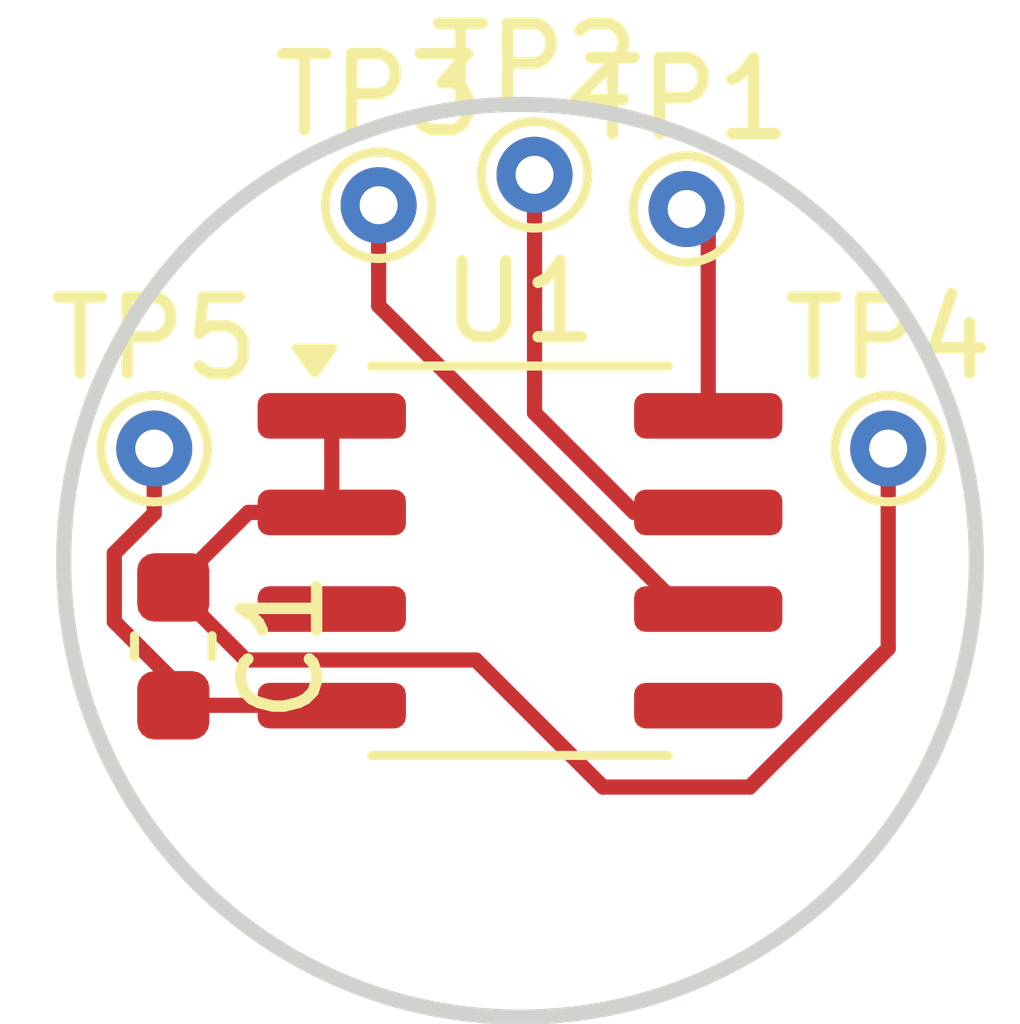
<source format=kicad_pcb>
(kicad_pcb (version 20240225) (generator "pcbnew") (generator_version "8.99")
  (layers (0 "F.Cu" signal) (31 "B.Cu" signal) (34 "B.Paste" user) (35 "F.Paste" user) (36 "B.SilkS" user "B.Silkscreen") (37 "F.SilkS" user "F.Silkscreen") (38 "B.Mask" user) (39 "F.Mask" user) (44 "Edge.Cuts" user))
  (net 0 "")
  (net 1 "GND")
  (net 2 "+3V3")
  (net 3 "/MAG_CSN")
  (net 4 "/MAG_CLK")
  (net 5 "/MAG_DO")
  (footprint "TestPoint:TestPoint_THTPad_D1.0mm_Drill0.5mm" (layer "F.Cu") (at 129.75 98.25)
    (property "Reference" "TP3" (at 0 -1.448 0) (layer "F.SilkS"))
    (property "Value" "DO")
    (fp_circle (center 0 0) (end 0 0.7) (stroke (width 0.12)) (fill none) (layer "F.SilkS"))
    (pad "1" thru_hole circle (at 0 0) (size 1 1) (drill 0.5) (layers "*.Cu" "*.Mask") (net 5 "/MAG_DO"))
  )
  (footprint "TestPoint:TestPoint_THTPad_D1.0mm_Drill0.5mm" (layer "F.Cu") (at 136.45 101.45)
    (property "Reference" "TP4" (at 0 -1.448 0) (layer "F.SilkS"))
    (property "Value" "3.3V")
    (fp_circle (center 0 0) (end 0 0.7) (stroke (width 0.12)) (fill none) (layer "F.SilkS"))
    (pad "1" thru_hole circle (at 0 0) (size 1 1) (drill 0.5) (layers "*.Cu" "*.Mask") (net 2 "+3V3"))
  )
  (footprint "TestPoint:TestPoint_THTPad_D1.0mm_Drill0.5mm" (layer "F.Cu") (at 133.8 98.3)
    (property "Reference" "TP1" (at 0 -1.448 0) (layer "F.SilkS"))
    (property "Value" "CSN")
    (fp_circle (center 0 0) (end 0 0.7) (stroke (width 0.12)) (fill none) (layer "F.SilkS"))
    (pad "1" thru_hole circle (at 0 0) (size 1 1) (drill 0.5) (layers "*.Cu" "*.Mask") (net 3 "/MAG_CSN"))
  )
  (footprint "TestPoint:TestPoint_THTPad_D1.0mm_Drill0.5mm" (layer "F.Cu") (at 131.8 97.85)
    (property "Reference" "TP2" (at 0 -1.448 0) (layer "F.SilkS"))
    (property "Value" "CLK")
    (fp_circle (center 0 0) (end 0 0.7) (stroke (width 0.12)) (fill none) (layer "F.SilkS"))
    (pad "1" thru_hole circle (at 0 0) (size 1 1) (drill 0.5) (layers "*.Cu" "*.Mask") (net 4 "/MAG_CLK"))
  )
  (footprint "Capacitor_SMD:C_0603_1608Metric" (layer "F.Cu") (at 127.05 104.05 -90)
    (property "Reference" "C1" (at 0 -1.43 90) (layer "F.SilkS"))
    (property "Value" "0.1uF")
    (fp_line (start -0.14058 0.51) (end 0.14058 0.51) (stroke (width 0.12)) (layer "F.SilkS"))
    (fp_line (start -0.14058 -0.51) (end 0.14058 -0.51) (stroke (width 0.12)) (layer "F.SilkS"))
    (pad "1" smd roundrect (at -0.775 0 270) (size 0.9 0.95) (layers "F.Cu" "F.Paste" "F.Mask") (net 2 "+3V3"))
    (pad "2" smd roundrect (at 0.775 0 270) (size 0.9 0.95) (layers "F.Cu" "F.Paste" "F.Mask") (net 1 "GND"))
  )
  (footprint "TestPoint:TestPoint_THTPad_D1.0mm_Drill0.5mm" (layer "F.Cu") (at 126.8 101.45)
    (property "Reference" "TP5" (at 0 -1.448 0) (layer "F.SilkS"))
    (property "Value" "GND")
    (fp_circle (center 0 0) (end 0 0.7) (stroke (width 0.12)) (fill none) (layer "F.SilkS"))
    (pad "1" thru_hole circle (at 0 0) (size 1 1) (drill 0.5) (layers "*.Cu" "*.Mask") (net 1 "GND"))
  )
  (footprint "Package_SO:SOIC-8_3.9x4.9mm_P1.27mm" (layer "F.Cu") (at 131.608933 102.924325)
    (property "Reference" "U1" (at 0 -3.4 0) (layer "F.SilkS"))
    (property "Value" "MT6701-CT")
    (fp_line (start 0 -2.56) (end -1.95 -2.56) (stroke (width 0.12)) (layer "F.SilkS"))
    (fp_line (start 0 -2.56) (end 1.95 -2.56) (stroke (width 0.12)) (layer "F.SilkS"))
    (fp_line (start 0 2.56) (end -1.95 2.56) (stroke (width 0.12)) (layer "F.SilkS"))
    (fp_line (start 0 2.56) (end 1.95 2.56) (stroke (width 0.12)) (layer "F.SilkS"))
    (fp_poly (pts (xy -2.7 -2.465) (xy -2.94 -2.795) (xy -2.46 -2.795) (xy -2.7 -2.465)) (stroke (width 0.12)) (fill solid) (layer "F.SilkS"))
    (pad "1" smd roundrect (at -2.475 -1.905) (size 1.95 0.6) (layers "F.Cu" "F.Paste" "F.Mask") (net 2 "+3V3"))
    (pad "2" smd roundrect (at -2.475 -0.635) (size 1.95 0.6) (layers "F.Cu" "F.Paste" "F.Mask") (net 2 "+3V3"))
    (pad "3" smd roundrect (at -2.475 0.635) (size 1.95 0.6) (layers "F.Cu" "F.Paste" "F.Mask"))
    (pad "4" smd roundrect (at -2.475 1.905) (size 1.95 0.6) (layers "F.Cu" "F.Paste" "F.Mask") (net 1 "GND"))
    (pad "5" smd roundrect (at 2.475 1.905) (size 1.95 0.6) (layers "F.Cu" "F.Paste" "F.Mask"))
    (pad "6" smd roundrect (at 2.475 0.635) (size 1.95 0.6) (layers "F.Cu" "F.Paste" "F.Mask") (net 5 "/MAG_DO"))
    (pad "7" smd roundrect (at 2.475 -0.635) (size 1.95 0.6) (layers "F.Cu" "F.Paste" "F.Mask") (net 4 "/MAG_CLK"))
    (pad "8" smd roundrect (at 2.475 -1.905) (size 1.95 0.6) (layers "F.Cu" "F.Paste" "F.Mask") (net 3 "/MAG_CSN"))
  )
  (gr_circle (center 131.608933 102.924325) (end 137.608933 102.924325) (stroke (width 0.2)) (fill none) (layer "Edge.Cuts"))
  (segment (start 127.05 104.5) (end 127.05 104.825) (width 0.2) (layer "F.Cu") (net 1))
  (segment (start 129.129608 104.825) (end 129.133933 104.829325) (width 0.2) (layer "F.Cu") (net 1))
  (segment (start 126.275 103.725) (end 127.05 104.5) (width 0.2) (layer "F.Cu") (net 1))
  (segment (start 126.8 101.45) (end 126.8 102.301304) (width 0.2) (layer "F.Cu") (net 1))
  (segment (start 127.05 104.825) (end 129.129608 104.825) (width 0.2) (layer "F.Cu") (net 1))
  (segment (start 126.275 102.826304) (end 126.275 103.725) (width 0.2) (layer "F.Cu") (net 1))
  (segment (start 126.8 102.301304) (end 126.275 102.826304) (width 0.2) (layer "F.Cu") (net 1))
  (segment (start 134.62881 105.9) (end 132.7 105.9) (width 0.2) (layer "F.Cu") (net 2))
  (segment (start 128.004325 104.229325) (end 127.05 103.275) (width 0.2) (layer "F.Cu") (net 2))
  (segment (start 132.7 105.9) (end 131.029325 104.229325) (width 0.2) (layer "F.Cu") (net 2))
  (segment (start 136.45 104.07881) (end 134.62881 105.9) (width 0.2) (layer "F.Cu") (net 2))
  (segment (start 129.133933 102.289325) (end 129.133933 101.019325) (width 0.2) (layer "F.Cu") (net 2))
  (segment (start 128.035675 102.289325) (end 129.133933 102.289325) (width 0.2) (layer "F.Cu") (net 2))
  (segment (start 131.029325 104.229325) (end 128.004325 104.229325) (width 0.2) (layer "F.Cu") (net 2))
  (segment (start 127.05 103.275) (end 128.035675 102.289325) (width 0.2) (layer "F.Cu") (net 2))
  (segment (start 136.45 101.45) (end 136.45 104.07881) (width 0.2) (layer "F.Cu") (net 2))
  (segment (start 134.083933 101.019325) (end 134.083933 98.583933) (width 0.2) (layer "F.Cu") (net 3))
  (segment (start 134.083933 98.583933) (end 133.8 98.3) (width 0.2) (layer "F.Cu") (net 3))
  (segment (start 131.8 100.980391) (end 131.8 97.85) (width 0.2) (layer "F.Cu") (net 4))
  (segment (start 133.108934 102.289325) (end 131.8 100.980391) (width 0.2) (layer "F.Cu") (net 4))
  (segment (start 134.083933 102.289325) (end 133.108934 102.289325) (width 0.2) (layer "F.Cu") (net 4))
  (segment (start 134.083933 103.559325) (end 133.738381 103.559325) (width 0.2) (layer "F.Cu") (net 5))
  (segment (start 133.738381 103.559325) (end 129.75 99.570944) (width 0.2) (layer "F.Cu") (net 5))
  (segment (start 129.75 99.570944) (end 129.75 98.25) (width 0.2) (layer "F.Cu") (net 5))
)
</source>
